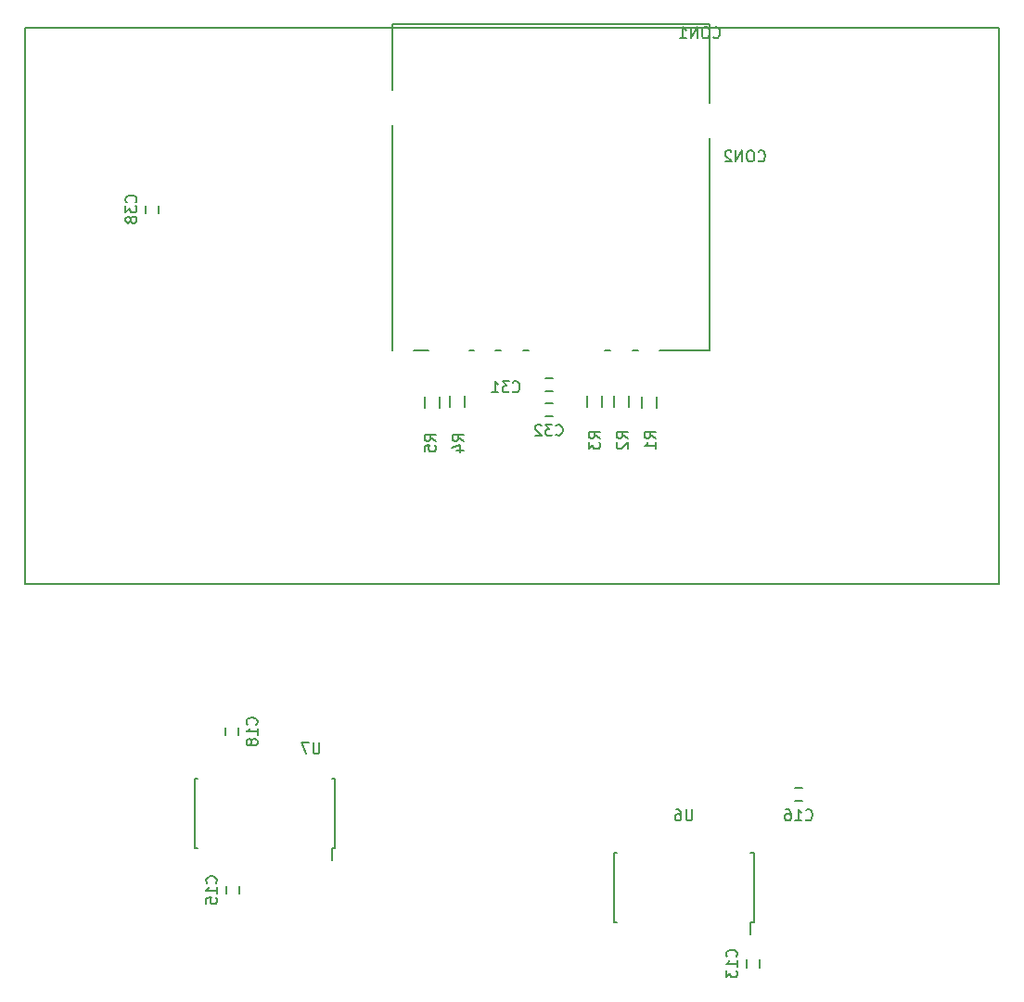
<source format=gbo>
G04 #@! TF.FileFunction,Legend,Bot*
%FSLAX46Y46*%
G04 Gerber Fmt 4.6, Leading zero omitted, Abs format (unit mm)*
G04 Created by KiCad (PCBNEW 4.0.2-stable) date 05.06.2016 11:41:23*
%MOMM*%
G01*
G04 APERTURE LIST*
%ADD10C,0.150000*%
G04 APERTURE END LIST*
D10*
X121234200Y-110655100D02*
X121234200Y-59855100D01*
X32334200Y-110655100D02*
X121234200Y-110655100D01*
X32334200Y-59855100D02*
X32334200Y-110655100D01*
X121234200Y-59855100D02*
X32334200Y-59855100D01*
X51780000Y-124490000D02*
X51780000Y-123790000D01*
X50580000Y-123790000D02*
X50580000Y-124490000D01*
X98160000Y-144980000D02*
X98160000Y-145680000D01*
X99360000Y-145680000D02*
X99360000Y-144980000D01*
X83645000Y-93480000D02*
X83645000Y-94480000D01*
X84995000Y-94480000D02*
X84995000Y-93480000D01*
X71095000Y-93500000D02*
X71095000Y-94500000D01*
X72445000Y-94500000D02*
X72445000Y-93500000D01*
X50690000Y-138280000D02*
X50690000Y-138980000D01*
X51890000Y-138980000D02*
X51890000Y-138280000D01*
X102590000Y-130510000D02*
X103290000Y-130510000D01*
X103290000Y-129310000D02*
X102590000Y-129310000D01*
X88635000Y-93570000D02*
X88635000Y-94570000D01*
X89985000Y-94570000D02*
X89985000Y-93570000D01*
X86075000Y-93500000D02*
X86075000Y-94500000D01*
X87425000Y-94500000D02*
X87425000Y-93500000D01*
X68815000Y-93570000D02*
X68815000Y-94570000D01*
X70165000Y-94570000D02*
X70165000Y-93570000D01*
X98825000Y-141585000D02*
X98567500Y-141585000D01*
X98825000Y-135235000D02*
X98567500Y-135235000D01*
X86075000Y-135235000D02*
X86332500Y-135235000D01*
X86075000Y-141585000D02*
X86332500Y-141585000D01*
X98825000Y-141585000D02*
X98825000Y-135235000D01*
X86075000Y-141585000D02*
X86075000Y-135235000D01*
X98567500Y-141585000D02*
X98567500Y-142660000D01*
X79810000Y-93080000D02*
X80510000Y-93080000D01*
X80510000Y-91880000D02*
X79810000Y-91880000D01*
X79780000Y-95360000D02*
X80480000Y-95360000D01*
X80480000Y-94160000D02*
X79780000Y-94160000D01*
X43350000Y-76080000D02*
X43350000Y-76780000D01*
X44550000Y-76780000D02*
X44550000Y-76080000D01*
X60565000Y-134805000D02*
X60307500Y-134805000D01*
X60565000Y-128455000D02*
X60307500Y-128455000D01*
X47815000Y-128455000D02*
X48072500Y-128455000D01*
X47815000Y-134805000D02*
X48072500Y-134805000D01*
X60565000Y-134805000D02*
X60565000Y-128455000D01*
X47815000Y-134805000D02*
X47815000Y-128455000D01*
X60307500Y-134805000D02*
X60307500Y-135880000D01*
X87770000Y-89350000D02*
X88270000Y-89350000D01*
X85270000Y-89350000D02*
X85770000Y-89350000D01*
X77770000Y-89350000D02*
X78270000Y-89350000D01*
X75270000Y-89350000D02*
X75770000Y-89350000D01*
X72870000Y-89350000D02*
X73270000Y-89350000D01*
X67770000Y-89350000D02*
X69170000Y-89350000D01*
X65870000Y-68750000D02*
X65870000Y-89350000D01*
X94770000Y-69950000D02*
X94770000Y-89350000D01*
X94770000Y-89350000D02*
X90270000Y-89350000D01*
X94770000Y-59550000D02*
X65870000Y-59550000D01*
X65870000Y-59550000D02*
X65870000Y-65550000D01*
X94770000Y-59550000D02*
X94770000Y-66750000D01*
X95143485Y-60712243D02*
X95191104Y-60759862D01*
X95333961Y-60807481D01*
X95429199Y-60807481D01*
X95572057Y-60759862D01*
X95667295Y-60664624D01*
X95714914Y-60569386D01*
X95762533Y-60378910D01*
X95762533Y-60236052D01*
X95714914Y-60045576D01*
X95667295Y-59950338D01*
X95572057Y-59855100D01*
X95429199Y-59807481D01*
X95333961Y-59807481D01*
X95191104Y-59855100D01*
X95143485Y-59902719D01*
X94524438Y-59807481D02*
X94333961Y-59807481D01*
X94238723Y-59855100D01*
X94143485Y-59950338D01*
X94095866Y-60140814D01*
X94095866Y-60474148D01*
X94143485Y-60664624D01*
X94238723Y-60759862D01*
X94333961Y-60807481D01*
X94524438Y-60807481D01*
X94619676Y-60759862D01*
X94714914Y-60664624D01*
X94762533Y-60474148D01*
X94762533Y-60140814D01*
X94714914Y-59950338D01*
X94619676Y-59855100D01*
X94524438Y-59807481D01*
X93667295Y-60807481D02*
X93667295Y-59807481D01*
X93095866Y-60807481D01*
X93095866Y-59807481D01*
X92095866Y-60807481D02*
X92667295Y-60807481D01*
X92381581Y-60807481D02*
X92381581Y-59807481D01*
X92476819Y-59950338D01*
X92572057Y-60045576D01*
X92667295Y-60093195D01*
X53437143Y-123497143D02*
X53484762Y-123449524D01*
X53532381Y-123306667D01*
X53532381Y-123211429D01*
X53484762Y-123068571D01*
X53389524Y-122973333D01*
X53294286Y-122925714D01*
X53103810Y-122878095D01*
X52960952Y-122878095D01*
X52770476Y-122925714D01*
X52675238Y-122973333D01*
X52580000Y-123068571D01*
X52532381Y-123211429D01*
X52532381Y-123306667D01*
X52580000Y-123449524D01*
X52627619Y-123497143D01*
X53532381Y-124449524D02*
X53532381Y-123878095D01*
X53532381Y-124163809D02*
X52532381Y-124163809D01*
X52675238Y-124068571D01*
X52770476Y-123973333D01*
X52818095Y-123878095D01*
X52960952Y-125020952D02*
X52913333Y-124925714D01*
X52865714Y-124878095D01*
X52770476Y-124830476D01*
X52722857Y-124830476D01*
X52627619Y-124878095D01*
X52580000Y-124925714D01*
X52532381Y-125020952D01*
X52532381Y-125211429D01*
X52580000Y-125306667D01*
X52627619Y-125354286D01*
X52722857Y-125401905D01*
X52770476Y-125401905D01*
X52865714Y-125354286D01*
X52913333Y-125306667D01*
X52960952Y-125211429D01*
X52960952Y-125020952D01*
X53008571Y-124925714D01*
X53056190Y-124878095D01*
X53151429Y-124830476D01*
X53341905Y-124830476D01*
X53437143Y-124878095D01*
X53484762Y-124925714D01*
X53532381Y-125020952D01*
X53532381Y-125211429D01*
X53484762Y-125306667D01*
X53437143Y-125354286D01*
X53341905Y-125401905D01*
X53151429Y-125401905D01*
X53056190Y-125354286D01*
X53008571Y-125306667D01*
X52960952Y-125211429D01*
X97217143Y-144687143D02*
X97264762Y-144639524D01*
X97312381Y-144496667D01*
X97312381Y-144401429D01*
X97264762Y-144258571D01*
X97169524Y-144163333D01*
X97074286Y-144115714D01*
X96883810Y-144068095D01*
X96740952Y-144068095D01*
X96550476Y-144115714D01*
X96455238Y-144163333D01*
X96360000Y-144258571D01*
X96312381Y-144401429D01*
X96312381Y-144496667D01*
X96360000Y-144639524D01*
X96407619Y-144687143D01*
X97312381Y-145639524D02*
X97312381Y-145068095D01*
X97312381Y-145353809D02*
X96312381Y-145353809D01*
X96455238Y-145258571D01*
X96550476Y-145163333D01*
X96598095Y-145068095D01*
X96312381Y-145972857D02*
X96312381Y-146591905D01*
X96693333Y-146258571D01*
X96693333Y-146401429D01*
X96740952Y-146496667D01*
X96788571Y-146544286D01*
X96883810Y-146591905D01*
X97121905Y-146591905D01*
X97217143Y-146544286D01*
X97264762Y-146496667D01*
X97312381Y-146401429D01*
X97312381Y-146115714D01*
X97264762Y-146020476D01*
X97217143Y-145972857D01*
X84780381Y-97369334D02*
X84304190Y-97036000D01*
X84780381Y-96797905D02*
X83780381Y-96797905D01*
X83780381Y-97178858D01*
X83828000Y-97274096D01*
X83875619Y-97321715D01*
X83970857Y-97369334D01*
X84113714Y-97369334D01*
X84208952Y-97321715D01*
X84256571Y-97274096D01*
X84304190Y-97178858D01*
X84304190Y-96797905D01*
X83780381Y-97702667D02*
X83780381Y-98321715D01*
X84161333Y-97988381D01*
X84161333Y-98131239D01*
X84208952Y-98226477D01*
X84256571Y-98274096D01*
X84351810Y-98321715D01*
X84589905Y-98321715D01*
X84685143Y-98274096D01*
X84732762Y-98226477D01*
X84780381Y-98131239D01*
X84780381Y-97845524D01*
X84732762Y-97750286D01*
X84685143Y-97702667D01*
X72334381Y-97623334D02*
X71858190Y-97290000D01*
X72334381Y-97051905D02*
X71334381Y-97051905D01*
X71334381Y-97432858D01*
X71382000Y-97528096D01*
X71429619Y-97575715D01*
X71524857Y-97623334D01*
X71667714Y-97623334D01*
X71762952Y-97575715D01*
X71810571Y-97528096D01*
X71858190Y-97432858D01*
X71858190Y-97051905D01*
X71667714Y-98480477D02*
X72334381Y-98480477D01*
X71286762Y-98242381D02*
X72001048Y-98004286D01*
X72001048Y-98623334D01*
X49747143Y-137987143D02*
X49794762Y-137939524D01*
X49842381Y-137796667D01*
X49842381Y-137701429D01*
X49794762Y-137558571D01*
X49699524Y-137463333D01*
X49604286Y-137415714D01*
X49413810Y-137368095D01*
X49270952Y-137368095D01*
X49080476Y-137415714D01*
X48985238Y-137463333D01*
X48890000Y-137558571D01*
X48842381Y-137701429D01*
X48842381Y-137796667D01*
X48890000Y-137939524D01*
X48937619Y-137987143D01*
X49842381Y-138939524D02*
X49842381Y-138368095D01*
X49842381Y-138653809D02*
X48842381Y-138653809D01*
X48985238Y-138558571D01*
X49080476Y-138463333D01*
X49128095Y-138368095D01*
X48842381Y-139844286D02*
X48842381Y-139368095D01*
X49318571Y-139320476D01*
X49270952Y-139368095D01*
X49223333Y-139463333D01*
X49223333Y-139701429D01*
X49270952Y-139796667D01*
X49318571Y-139844286D01*
X49413810Y-139891905D01*
X49651905Y-139891905D01*
X49747143Y-139844286D01*
X49794762Y-139796667D01*
X49842381Y-139701429D01*
X49842381Y-139463333D01*
X49794762Y-139368095D01*
X49747143Y-139320476D01*
X103582857Y-132167143D02*
X103630476Y-132214762D01*
X103773333Y-132262381D01*
X103868571Y-132262381D01*
X104011429Y-132214762D01*
X104106667Y-132119524D01*
X104154286Y-132024286D01*
X104201905Y-131833810D01*
X104201905Y-131690952D01*
X104154286Y-131500476D01*
X104106667Y-131405238D01*
X104011429Y-131310000D01*
X103868571Y-131262381D01*
X103773333Y-131262381D01*
X103630476Y-131310000D01*
X103582857Y-131357619D01*
X102630476Y-132262381D02*
X103201905Y-132262381D01*
X102916191Y-132262381D02*
X102916191Y-131262381D01*
X103011429Y-131405238D01*
X103106667Y-131500476D01*
X103201905Y-131548095D01*
X101773333Y-131262381D02*
X101963810Y-131262381D01*
X102059048Y-131310000D01*
X102106667Y-131357619D01*
X102201905Y-131500476D01*
X102249524Y-131690952D01*
X102249524Y-132071905D01*
X102201905Y-132167143D01*
X102154286Y-132214762D01*
X102059048Y-132262381D01*
X101868571Y-132262381D01*
X101773333Y-132214762D01*
X101725714Y-132167143D01*
X101678095Y-132071905D01*
X101678095Y-131833810D01*
X101725714Y-131738571D01*
X101773333Y-131690952D01*
X101868571Y-131643333D01*
X102059048Y-131643333D01*
X102154286Y-131690952D01*
X102201905Y-131738571D01*
X102249524Y-131833810D01*
X89860381Y-97369334D02*
X89384190Y-97036000D01*
X89860381Y-96797905D02*
X88860381Y-96797905D01*
X88860381Y-97178858D01*
X88908000Y-97274096D01*
X88955619Y-97321715D01*
X89050857Y-97369334D01*
X89193714Y-97369334D01*
X89288952Y-97321715D01*
X89336571Y-97274096D01*
X89384190Y-97178858D01*
X89384190Y-96797905D01*
X89860381Y-98321715D02*
X89860381Y-97750286D01*
X89860381Y-98036000D02*
X88860381Y-98036000D01*
X89003238Y-97940762D01*
X89098476Y-97845524D01*
X89146095Y-97750286D01*
X87320381Y-97369334D02*
X86844190Y-97036000D01*
X87320381Y-96797905D02*
X86320381Y-96797905D01*
X86320381Y-97178858D01*
X86368000Y-97274096D01*
X86415619Y-97321715D01*
X86510857Y-97369334D01*
X86653714Y-97369334D01*
X86748952Y-97321715D01*
X86796571Y-97274096D01*
X86844190Y-97178858D01*
X86844190Y-96797905D01*
X86415619Y-97750286D02*
X86368000Y-97797905D01*
X86320381Y-97893143D01*
X86320381Y-98131239D01*
X86368000Y-98226477D01*
X86415619Y-98274096D01*
X86510857Y-98321715D01*
X86606095Y-98321715D01*
X86748952Y-98274096D01*
X87320381Y-97702667D01*
X87320381Y-98321715D01*
X69794381Y-97623334D02*
X69318190Y-97290000D01*
X69794381Y-97051905D02*
X68794381Y-97051905D01*
X68794381Y-97432858D01*
X68842000Y-97528096D01*
X68889619Y-97575715D01*
X68984857Y-97623334D01*
X69127714Y-97623334D01*
X69222952Y-97575715D01*
X69270571Y-97528096D01*
X69318190Y-97432858D01*
X69318190Y-97051905D01*
X68794381Y-98528096D02*
X68794381Y-98051905D01*
X69270571Y-98004286D01*
X69222952Y-98051905D01*
X69175333Y-98147143D01*
X69175333Y-98385239D01*
X69222952Y-98480477D01*
X69270571Y-98528096D01*
X69365810Y-98575715D01*
X69603905Y-98575715D01*
X69699143Y-98528096D01*
X69746762Y-98480477D01*
X69794381Y-98385239D01*
X69794381Y-98147143D01*
X69746762Y-98051905D01*
X69699143Y-98004286D01*
X93217905Y-131278381D02*
X93217905Y-132087905D01*
X93170286Y-132183143D01*
X93122667Y-132230762D01*
X93027429Y-132278381D01*
X92836952Y-132278381D01*
X92741714Y-132230762D01*
X92694095Y-132183143D01*
X92646476Y-132087905D01*
X92646476Y-131278381D01*
X91741714Y-131278381D02*
X91932191Y-131278381D01*
X92027429Y-131326000D01*
X92075048Y-131373619D01*
X92170286Y-131516476D01*
X92217905Y-131706952D01*
X92217905Y-132087905D01*
X92170286Y-132183143D01*
X92122667Y-132230762D01*
X92027429Y-132278381D01*
X91836952Y-132278381D01*
X91741714Y-132230762D01*
X91694095Y-132183143D01*
X91646476Y-132087905D01*
X91646476Y-131849810D01*
X91694095Y-131754571D01*
X91741714Y-131706952D01*
X91836952Y-131659333D01*
X92027429Y-131659333D01*
X92122667Y-131706952D01*
X92170286Y-131754571D01*
X92217905Y-131849810D01*
X76842857Y-93067143D02*
X76890476Y-93114762D01*
X77033333Y-93162381D01*
X77128571Y-93162381D01*
X77271429Y-93114762D01*
X77366667Y-93019524D01*
X77414286Y-92924286D01*
X77461905Y-92733810D01*
X77461905Y-92590952D01*
X77414286Y-92400476D01*
X77366667Y-92305238D01*
X77271429Y-92210000D01*
X77128571Y-92162381D01*
X77033333Y-92162381D01*
X76890476Y-92210000D01*
X76842857Y-92257619D01*
X76509524Y-92162381D02*
X75890476Y-92162381D01*
X76223810Y-92543333D01*
X76080952Y-92543333D01*
X75985714Y-92590952D01*
X75938095Y-92638571D01*
X75890476Y-92733810D01*
X75890476Y-92971905D01*
X75938095Y-93067143D01*
X75985714Y-93114762D01*
X76080952Y-93162381D01*
X76366667Y-93162381D01*
X76461905Y-93114762D01*
X76509524Y-93067143D01*
X74938095Y-93162381D02*
X75509524Y-93162381D01*
X75223810Y-93162381D02*
X75223810Y-92162381D01*
X75319048Y-92305238D01*
X75414286Y-92400476D01*
X75509524Y-92448095D01*
X80772857Y-97017143D02*
X80820476Y-97064762D01*
X80963333Y-97112381D01*
X81058571Y-97112381D01*
X81201429Y-97064762D01*
X81296667Y-96969524D01*
X81344286Y-96874286D01*
X81391905Y-96683810D01*
X81391905Y-96540952D01*
X81344286Y-96350476D01*
X81296667Y-96255238D01*
X81201429Y-96160000D01*
X81058571Y-96112381D01*
X80963333Y-96112381D01*
X80820476Y-96160000D01*
X80772857Y-96207619D01*
X80439524Y-96112381D02*
X79820476Y-96112381D01*
X80153810Y-96493333D01*
X80010952Y-96493333D01*
X79915714Y-96540952D01*
X79868095Y-96588571D01*
X79820476Y-96683810D01*
X79820476Y-96921905D01*
X79868095Y-97017143D01*
X79915714Y-97064762D01*
X80010952Y-97112381D01*
X80296667Y-97112381D01*
X80391905Y-97064762D01*
X80439524Y-97017143D01*
X79439524Y-96207619D02*
X79391905Y-96160000D01*
X79296667Y-96112381D01*
X79058571Y-96112381D01*
X78963333Y-96160000D01*
X78915714Y-96207619D01*
X78868095Y-96302857D01*
X78868095Y-96398095D01*
X78915714Y-96540952D01*
X79487143Y-97112381D01*
X78868095Y-97112381D01*
X42407143Y-75787143D02*
X42454762Y-75739524D01*
X42502381Y-75596667D01*
X42502381Y-75501429D01*
X42454762Y-75358571D01*
X42359524Y-75263333D01*
X42264286Y-75215714D01*
X42073810Y-75168095D01*
X41930952Y-75168095D01*
X41740476Y-75215714D01*
X41645238Y-75263333D01*
X41550000Y-75358571D01*
X41502381Y-75501429D01*
X41502381Y-75596667D01*
X41550000Y-75739524D01*
X41597619Y-75787143D01*
X41502381Y-76120476D02*
X41502381Y-76739524D01*
X41883333Y-76406190D01*
X41883333Y-76549048D01*
X41930952Y-76644286D01*
X41978571Y-76691905D01*
X42073810Y-76739524D01*
X42311905Y-76739524D01*
X42407143Y-76691905D01*
X42454762Y-76644286D01*
X42502381Y-76549048D01*
X42502381Y-76263333D01*
X42454762Y-76168095D01*
X42407143Y-76120476D01*
X41930952Y-77310952D02*
X41883333Y-77215714D01*
X41835714Y-77168095D01*
X41740476Y-77120476D01*
X41692857Y-77120476D01*
X41597619Y-77168095D01*
X41550000Y-77215714D01*
X41502381Y-77310952D01*
X41502381Y-77501429D01*
X41550000Y-77596667D01*
X41597619Y-77644286D01*
X41692857Y-77691905D01*
X41740476Y-77691905D01*
X41835714Y-77644286D01*
X41883333Y-77596667D01*
X41930952Y-77501429D01*
X41930952Y-77310952D01*
X41978571Y-77215714D01*
X42026190Y-77168095D01*
X42121429Y-77120476D01*
X42311905Y-77120476D01*
X42407143Y-77168095D01*
X42454762Y-77215714D01*
X42502381Y-77310952D01*
X42502381Y-77501429D01*
X42454762Y-77596667D01*
X42407143Y-77644286D01*
X42311905Y-77691905D01*
X42121429Y-77691905D01*
X42026190Y-77644286D01*
X41978571Y-77596667D01*
X41930952Y-77501429D01*
X59181905Y-125182381D02*
X59181905Y-125991905D01*
X59134286Y-126087143D01*
X59086667Y-126134762D01*
X58991429Y-126182381D01*
X58800952Y-126182381D01*
X58705714Y-126134762D01*
X58658095Y-126087143D01*
X58610476Y-125991905D01*
X58610476Y-125182381D01*
X58229524Y-125182381D02*
X57562857Y-125182381D01*
X57991429Y-126182381D01*
X99258285Y-71985143D02*
X99305904Y-72032762D01*
X99448761Y-72080381D01*
X99543999Y-72080381D01*
X99686857Y-72032762D01*
X99782095Y-71937524D01*
X99829714Y-71842286D01*
X99877333Y-71651810D01*
X99877333Y-71508952D01*
X99829714Y-71318476D01*
X99782095Y-71223238D01*
X99686857Y-71128000D01*
X99543999Y-71080381D01*
X99448761Y-71080381D01*
X99305904Y-71128000D01*
X99258285Y-71175619D01*
X98639238Y-71080381D02*
X98448761Y-71080381D01*
X98353523Y-71128000D01*
X98258285Y-71223238D01*
X98210666Y-71413714D01*
X98210666Y-71747048D01*
X98258285Y-71937524D01*
X98353523Y-72032762D01*
X98448761Y-72080381D01*
X98639238Y-72080381D01*
X98734476Y-72032762D01*
X98829714Y-71937524D01*
X98877333Y-71747048D01*
X98877333Y-71413714D01*
X98829714Y-71223238D01*
X98734476Y-71128000D01*
X98639238Y-71080381D01*
X97782095Y-72080381D02*
X97782095Y-71080381D01*
X97210666Y-72080381D01*
X97210666Y-71080381D01*
X96782095Y-71175619D02*
X96734476Y-71128000D01*
X96639238Y-71080381D01*
X96401142Y-71080381D01*
X96305904Y-71128000D01*
X96258285Y-71175619D01*
X96210666Y-71270857D01*
X96210666Y-71366095D01*
X96258285Y-71508952D01*
X96829714Y-72080381D01*
X96210666Y-72080381D01*
M02*

</source>
